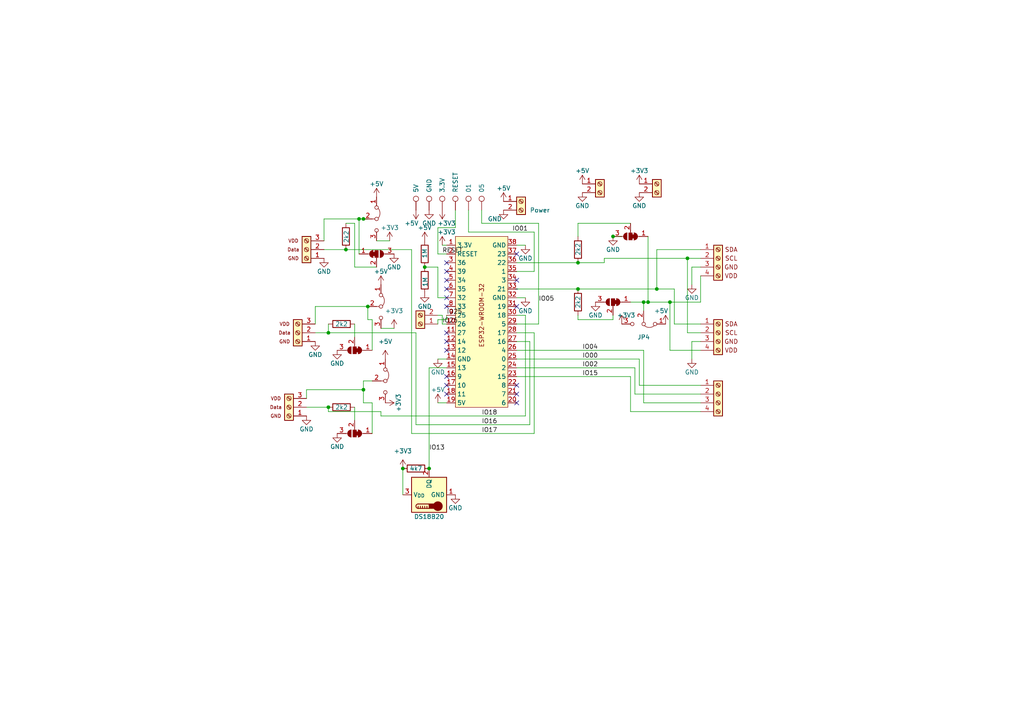
<source format=kicad_sch>
(kicad_sch (version 20231120) (generator "eeschema") (generator_version "8.0")
  (paper "A4")
  (lib_symbols
    (symbol "Connector:Screw_Terminal_01x02" (pin_names (offset 1.016) hide)
      (property "Reference" "J" (at 0 2.54 0))
      (property "Value" "Screw_Terminal_01x02" (at 0 -5.08 0))
      (symbol "Screw_Terminal_01x02_1_1"
        (rectangle (start -1.27 1.27) (end 1.27 -3.81) (stroke (width 0.254)) (fill (type background)))
        (circle (center 0 -2.54) (radius 0.635) (stroke (width 0.1524)))
        (polyline (pts (xy -0.5334 -2.2098) (xy 0.3302 -3.048)) (stroke (width 0.1524)))
        (polyline (pts (xy -0.5334 0.3302) (xy 0.3302 -0.508)) (stroke (width 0.1524)))
        (polyline (pts (xy -0.3556 -2.032) (xy 0.508 -2.8702)) (stroke (width 0.1524)))
        (polyline (pts (xy -0.3556 0.508) (xy 0.508 -0.3302)) (stroke (width 0.1524)))
        (circle (center 0 0) (radius 0.635) (stroke (width 0.1524)))
        (pin passive line (at -5.08 0 0) (length 3.81) (name "Pin_1") (number "1"))
        (pin passive line (at -5.08 -2.54 0) (length 3.81) (name "Pin_2") (number "2"))
      )
    )
    (symbol "Connector:Screw_Terminal_01x04" (pin_names (offset 1.016) hide)
      (property "Reference" "J" (at 0 5.08 0))
      (property "Value" "Screw_Terminal_01x04" (at 0 -7.62 0))
      (symbol "Screw_Terminal_01x04_1_1"
        (rectangle (start -1.27 3.81) (end 1.27 -6.35) (stroke (width 0.254)) (fill (type background)))
        (circle (center 0 -5.08) (radius 0.635) (stroke (width 0.1524)))
        (circle (center 0 -2.54) (radius 0.635) (stroke (width 0.1524)))
        (polyline (pts (xy -0.5334 -4.7498) (xy 0.3302 -5.588)) (stroke (width 0.1524)))
        (polyline (pts (xy -0.5334 -2.2098) (xy 0.3302 -3.048)) (stroke (width 0.1524)))
        (polyline (pts (xy -0.5334 0.3302) (xy 0.3302 -0.508)) (stroke (width 0.1524)))
        (polyline (pts (xy -0.5334 2.8702) (xy 0.3302 2.032)) (stroke (width 0.1524)))
        (polyline (pts (xy -0.3556 -4.572) (xy 0.508 -5.4102)) (stroke (width 0.1524)))
        (polyline (pts (xy -0.3556 -2.032) (xy 0.508 -2.8702)) (stroke (width 0.1524)))
        (polyline (pts (xy -0.3556 0.508) (xy 0.508 -0.3302)) (stroke (width 0.1524)))
        (polyline (pts (xy -0.3556 3.048) (xy 0.508 2.2098)) (stroke (width 0.1524)))
        (circle (center 0 0) (radius 0.635) (stroke (width 0.1524)))
        (circle (center 0 2.54) (radius 0.635) (stroke (width 0.1524)))
        (pin passive line (at -5.08 2.54 0) (length 3.81) (name "Pin_1") (number "1"))
        (pin passive line (at -5.08 0 0) (length 3.81) (name "Pin_2") (number "2"))
        (pin passive line (at -5.08 -2.54 0) (length 3.81) (name "Pin_3") (number "3"))
        (pin passive line (at -5.08 -5.08 0) (length 3.81) (name "Pin_4") (number "4"))
      )
    )
    (symbol "Connector:TestPoint" (pin_numbers hide) (pin_names (offset 0.762) hide)
      (property "Reference" "TP" (at 0 6.858 0))
      (property "Value" "TestPoint" (at 0 5.08 0))
      (symbol "TestPoint_0_1"
        (circle (center 0 3.302) (radius 0.762))
      )
      (symbol "TestPoint_1_1"
        (pin passive line (at 0 0 90) (length 2.54) (name "1") (number "1"))
      )
    )
    (symbol "Device:R" (pin_numbers hide) (pin_names (offset 0))
      (property "Reference" "R" (at 2.032 0 90))
      (property "Value" "R" (at 0 0 90))
      (symbol "R_0_1"
        (rectangle (start -1.016 -2.54) (end 1.016 2.54) (stroke (width 0.254)))
      )
      (symbol "R_1_1"
        (pin passive line (at 0 3.81 270) (length 1.27) (name "~") (number "1"))
        (pin passive line (at 0 -3.81 90) (length 1.27) (name "~") (number "2"))
      )
    )
    (symbol "ESP32Board:1WI Screw_Terminal_01x03" (pin_names (offset 1.016) hide)
      (property "Reference" "J" (at 0 5.08 0))
      (property "Value" "1WI Screw_Terminal_01x03" (at 0 -5.08 0))
      (symbol "1WI Screw_Terminal_01x03_1_1"
        (rectangle (start -1.27 3.81) (end 1.27 -3.81) (stroke (width 0.254)) (fill (type background)))
        (circle (center 0 -2.54) (radius 0.635) (stroke (width 0.1524)))
        (polyline (pts (xy -0.5334 -2.2098) (xy 0.3302 -3.048)) (stroke (width 0.1524)))
        (polyline (pts (xy -0.5334 0.3302) (xy 0.3302 -0.508)) (stroke (width 0.1524)))
        (polyline (pts (xy -0.5334 2.8702) (xy 0.3302 2.032)) (stroke (width 0.1524)))
        (polyline (pts (xy -0.3556 -2.032) (xy 0.508 -2.8702)) (stroke (width 0.1524)))
        (polyline (pts (xy -0.3556 0.508) (xy 0.508 -0.3302)) (stroke (width 0.1524)))
        (polyline (pts (xy -0.3556 3.048) (xy 0.508 2.2098)) (stroke (width 0.1524)))
        (circle (center 0 0) (radius 0.635) (stroke (width 0.1524)))
        (circle (center 0 2.54) (radius 0.635) (stroke (width 0.1524)))
        (text "Data" (at 3.81 0 0) (effects (font (size 1 1))))
        (text "GND" (at 3.81 2.54 0) (effects (font (size 1 1))))
        (text "VDD" (at 3.81 -2.54 0) (effects (font (size 1 1))))
        (pin power_in line (at -5.08 2.54 0) (length 3.81) (name "GND") (number "1"))
        (pin bidirectional line (at -5.08 0 0) (length 3.81) (name "Data") (number "2"))
        (pin power_in line (at -5.08 -2.54 0) (length 3.81) (name "VDD") (number "3"))
      )
    )
    (symbol "ESP32Board:Board"
      (property "Value" "~" (at 12.7 10.16 0))
      (symbol "Board_1_1"
        (rectangle (start -5.08 25.4) (end 10.16 -24.13) (fill (type background)))
        (text "ESP32-WROOM-32" (at 2.54 2.54 900) (effects (font (size 1.27 1.27))))
        (pin power_out line (at -7.62 22.86 0) (length 2.54) (name "3.3V") (number "1"))
        (pin bidirectional line (at -7.62 0 0) (length 2.54) (name "26") (number "10"))
        (pin bidirectional line (at -7.62 -2.54 0) (length 2.54) (name "27") (number "11"))
        (pin bidirectional line (at -7.62 -5.08 0) (length 2.54) (name "14") (number "12"))
        (pin bidirectional line (at -7.62 -7.62 0) (length 2.54) (name "12") (number "13"))
        (pin power_in line (at -7.62 -10.16 0) (length 2.54) (name "GND") (number "14"))
        (pin bidirectional line (at -7.62 -12.7 0) (length 2.54) (name "13") (number "15"))
        (pin bidirectional line (at -7.62 -15.24 0) (length 2.54) (name "9") (number "16"))
        (pin bidirectional line (at -7.62 -17.78 0) (length 2.54) (name "10") (number "17"))
        (pin bidirectional line (at -7.62 -20.32 0) (length 2.54) (name "11") (number "18"))
        (pin power_in line (at -7.62 -22.86 0) (length 2.54) (name "5V") (number "19"))
        (pin input line (at -7.62 20.32 0) (length 2.54) (name "RESET") (number "2"))
        (pin bidirectional line (at 12.7 -22.86 180) (length 2.54) (name "6") (number "20"))
        (pin bidirectional line (at 12.7 -20.32 180) (length 2.54) (name "7") (number "21"))
        (pin bidirectional line (at 12.7 -17.78 180) (length 2.54) (name "8") (number "22"))
        (pin bidirectional line (at 12.7 -15.24 180) (length 2.54) (name "15") (number "23"))
        (pin bidirectional line (at 12.7 -12.7 180) (length 2.54) (name "2") (number "24"))
        (pin bidirectional line (at 12.7 -10.16 180) (length 2.54) (name "0") (number "25"))
        (pin bidirectional line (at 12.7 -7.62 180) (length 2.54) (name "4") (number "26"))
        (pin bidirectional line (at 12.7 -5.08 180) (length 2.54) (name "16") (number "27"))
        (pin bidirectional line (at 12.7 -2.54 180) (length 2.54) (name "17") (number "28"))
        (pin bidirectional line (at 12.7 0 180) (length 2.54) (name "5") (number "29"))
        (pin input line (at -7.62 17.78 0) (length 2.54) (name "36") (number "3"))
        (pin bidirectional line (at 12.7 2.54 180) (length 2.54) (name "18") (number "30"))
        (pin bidirectional line (at 12.7 5.08 180) (length 2.54) (name "19") (number "31"))
        (pin power_in line (at 12.7 7.62 180) (length 2.54) (name "GND") (number "32"))
        (pin bidirectional line (at 12.7 10.16 180) (length 2.54) (name "21") (number "33"))
        (pin bidirectional line (at 12.7 12.7 180) (length 2.54) (name "3") (number "34"))
        (pin bidirectional line (at 12.7 15.24 180) (length 2.54) (name "1") (number "35"))
        (pin bidirectional line (at 12.7 17.78 180) (length 2.54) (name "22") (number "36"))
        (pin bidirectional line (at 12.7 20.32 180) (length 2.54) (name "23") (number "37"))
        (pin power_in line (at 12.7 22.86 180) (length 2.54) (name "GND") (number "38"))
        (pin input line (at -7.62 15.24 0) (length 2.54) (name "39") (number "4"))
        (pin input line (at -7.62 12.7 0) (length 2.54) (name "34") (number "5"))
        (pin input line (at -7.62 10.16 0) (length 2.54) (name "35") (number "6"))
        (pin bidirectional line (at -7.62 7.62 0) (length 2.54) (name "32") (number "7"))
        (pin bidirectional line (at -7.62 5.08 0) (length 2.54) (name "33") (number "8"))
        (pin bidirectional line (at -7.62 2.54 0) (length 2.54) (name "25") (number "9"))
      )
    )
    (symbol "ESP32Board:I²C_Screw_Terminal_01x04" (pin_names (offset 1.016) hide)
      (symbol "I²C_Screw_Terminal_01x04_1_1"
        (rectangle (start -1.27 3.81) (end 1.27 -6.35) (stroke (width 0.254)) (fill (type background)))
        (circle (center 0 -5.08) (radius 0.635) (stroke (width 0.1524)))
        (circle (center 0 -2.54) (radius 0.635) (stroke (width 0.1524)))
        (polyline (pts (xy -0.5334 -4.7498) (xy 0.3302 -5.588)) (stroke (width 0.1524)))
        (polyline (pts (xy -0.5334 -2.2098) (xy 0.3302 -3.048)) (stroke (width 0.1524)))
        (polyline (pts (xy -0.5334 0.3302) (xy 0.3302 -0.508)) (stroke (width 0.1524)))
        (polyline (pts (xy -0.5334 2.8702) (xy 0.3302 2.032)) (stroke (width 0.1524)))
        (polyline (pts (xy -0.3556 -4.572) (xy 0.508 -5.4102)) (stroke (width 0.1524)))
        (polyline (pts (xy -0.3556 -2.032) (xy 0.508 -2.8702)) (stroke (width 0.1524)))
        (polyline (pts (xy -0.3556 0.508) (xy 0.508 -0.3302)) (stroke (width 0.1524)))
        (polyline (pts (xy -0.3556 3.048) (xy 0.508 2.2098)) (stroke (width 0.1524)))
        (circle (center 0 0) (radius 0.635) (stroke (width 0.1524)))
        (circle (center 0 2.54) (radius 0.635) (stroke (width 0.1524)))
        (text "GND" (at 3.81 -2.54 0) (effects (font (size 1.27 1.27))))
        (text "SCL" (at 3.81 0 0) (effects (font (size 1.27 1.27))))
        (text "SDA" (at 3.81 2.54 0) (effects (font (size 1.27 1.27))))
        (text "VDD" (at 3.81 -5.08 0) (effects (font (size 1.27 1.27))))
        (pin bidirectional line (at -5.08 2.54 0) (length 3.81) (name "SDA") (number "1"))
        (pin input line (at -5.08 0 0) (length 3.81) (name "SCL") (number "2"))
        (pin power_in line (at -5.08 -2.54 0) (length 3.81) (name "GND") (number "3"))
        (pin power_in line (at -5.08 -5.08 0) (length 3.81) (name "VDD") (number "4"))
      )
    )
    (symbol "ESP32Board:Power_Screw_Terminal_01x02" (pin_names (offset 1.016) hide)
      (property "Value" "Power" (at 2.54 -2.54 0))
      (symbol "Power_Screw_Terminal_01x02_1_1"
        (rectangle (start -1.27 1.27) (end 1.27 -3.81) (stroke (width 0.254)) (fill (type background)))
        (circle (center 0 -2.54) (radius 0.635) (stroke (width 0.1524)))
        (polyline (pts (xy -0.5334 -2.2098) (xy 0.3302 -3.048)) (stroke (width 0.1524)))
        (polyline (pts (xy -0.5334 0.3302) (xy 0.3302 -0.508)) (stroke (width 0.1524)))
        (polyline (pts (xy -0.3556 -2.032) (xy 0.508 -2.8702)) (stroke (width 0.1524)))
        (polyline (pts (xy -0.3556 0.508) (xy 0.508 -0.3302)) (stroke (width 0.1524)))
        (circle (center 0 0) (radius 0.635) (stroke (width 0.1524)))
        (pin power_out line (at -5.08 0 0) (length 3.81) (name "5V") (number "1"))
        (pin power_out line (at -5.08 -2.54 0) (length 3.81) (name "GND") (number "2"))
      )
    )
    (symbol "Jumper:Jumper_3_Bridged12" (pin_names (offset 0) hide)
      (property "Reference" "JP" (at -2.54 -2.54 0))
      (property "Value" "Jumper_3_Bridged12" (at 0 2.794 0))
      (symbol "Jumper_3_Bridged12_0_0"
        (circle (center -3.302 0) (radius 0.508))
        (circle (center 0 0) (radius 0.508))
        (circle (center 3.302 0) (radius 0.508))
      )
      (symbol "Jumper_3_Bridged12_0_1"
        (arc (start -0.254 0.508) (mid -1.651 0.9912) (end -3.048 0.508))
        (polyline (pts (xy 0 -1.27) (xy 0 -0.508)))
      )
      (symbol "Jumper_3_Bridged12_1_1"
        (pin passive line (at -6.35 0 0) (length 2.54) (name "A") (number "1"))
        (pin passive line (at 0 -3.81 90) (length 2.54) (name "C") (number "2"))
        (pin passive line (at 6.35 0 180) (length 2.54) (name "B") (number "3"))
      )
    )
    (symbol "Jumper:SolderJumper_3_Bridged12" (pin_names (offset 0) hide)
      (property "Reference" "JP" (at -2.54 -2.54 0))
      (property "Value" "SolderJumper_3_Bridged12" (at 0 2.794 0))
      (symbol "SolderJumper_3_Bridged12_0_1"
        (rectangle (start -1.016 0.508) (end -0.508 -0.508) (fill (type outline)))
        (arc (start -1.016 1.016) (mid -2.0276 0) (end -1.016 -1.016))
        (arc (start -1.016 1.016) (mid -2.0276 0) (end -1.016 -1.016) (fill (type outline)))
        (rectangle (start -0.508 1.016) (end 0.508 -1.016) (fill (type outline)))
        (polyline (pts (xy -2.54 0) (xy -2.032 0)))
        (polyline (pts (xy -1.016 1.016) (xy -1.016 -1.016)))
        (polyline (pts (xy 0 -1.27) (xy 0 -1.016)))
        (polyline (pts (xy 1.016 1.016) (xy 1.016 -1.016)))
        (polyline (pts (xy 2.54 0) (xy 2.032 0)))
        (arc (start 1.016 -1.016) (mid 2.0276 0) (end 1.016 1.016))
        (arc (start 1.016 -1.016) (mid 2.0276 0) (end 1.016 1.016) (fill (type outline)))
      )
      (symbol "SolderJumper_3_Bridged12_1_1"
        (pin passive line (at -5.08 0 0) (length 2.54) (name "A") (number "1"))
        (pin passive line (at 0 -3.81 90) (length 2.54) (name "C") (number "2"))
        (pin passive line (at 5.08 0 180) (length 2.54) (name "B") (number "3"))
      )
    )
    (symbol "Sensor_Temperature:DS18B20"
      (property "Reference" "U" (at -3.81 6.35 0))
      (property "Value" "DS18B20" (at 6.35 6.35 0))
      (symbol "DS18B20_0_1"
        (rectangle (start -5.08 5.08) (end 5.08 -5.08) (stroke (width 0.254)) (fill (type background)))
        (circle (center -3.302 -2.54) (radius 1.27) (stroke (width 0.254)) (fill (type outline)))
        (rectangle (start -2.667 -1.905) (end -3.937 0) (stroke (width 0.254)) (fill (type outline)))
        (arc (start -2.667 3.175) (mid -3.302 3.8073) (end -3.937 3.175) (stroke (width 0.254)))
        (polyline (pts (xy -3.937 0.635) (xy -3.302 0.635)) (stroke (width 0.254)))
        (polyline (pts (xy -3.937 1.27) (xy -3.302 1.27)) (stroke (width 0.254)))
        (polyline (pts (xy -3.937 1.905) (xy -3.302 1.905)) (stroke (width 0.254)))
        (polyline (pts (xy -3.937 2.54) (xy -3.302 2.54)) (stroke (width 0.254)))
        (polyline (pts (xy -3.937 3.175) (xy -3.937 0)) (stroke (width 0.254)))
        (polyline (pts (xy -3.937 3.175) (xy -3.302 3.175)) (stroke (width 0.254)))
        (polyline (pts (xy -2.667 3.175) (xy -2.667 0)) (stroke (width 0.254)))
      )
      (symbol "DS18B20_1_1"
        (pin power_in line (at 0 -7.62 90) (length 2.54) (name "GND") (number "1"))
        (pin bidirectional line (at 7.62 0 180) (length 2.54) (name "DQ") (number "2"))
        (pin power_in line (at 0 7.62 270) (length 2.54) (name "V_{DD}") (number "3"))
      )
    )
    (symbol "power:+3V3" (power) (pin_names (offset 0))
      (property "Value" "+3V3" (at 0 3.556 0))
      (symbol "+3V3_0_1"
        (polyline (pts (xy -0.762 1.27) (xy 0 2.54)))
        (polyline (pts (xy 0 0) (xy 0 2.54)))
        (polyline (pts (xy 0 2.54) (xy 0.762 1.27)))
      )
      (symbol "+3V3_1_1"
        (pin power_in line (at 0 0 90) (length 0) hide (name "+3V3") (number "1"))
      )
    )
    (symbol "power:+5V" (power) (pin_names (offset 0))
      (property "Value" "+5V" (at 0 3.556 0))
      (symbol "+5V_0_1"
        (polyline (pts (xy -0.762 1.27) (xy 0 2.54)))
        (polyline (pts (xy 0 0) (xy 0 2.54)))
        (polyline (pts (xy 0 2.54) (xy 0.762 1.27)))
      )
      (symbol "+5V_1_1"
        (pin power_in line (at 0 0 90) (length 0) hide (name "+5V") (number "1"))
      )
    )
    (symbol "power:GND" (power) (pin_names (offset 0))
      (property "Value" "GND" (at 0 -3.81 0))
      (symbol "GND_0_1"
        (polyline (pts (xy 0 0) (xy 0 -1.27) (xy 1.27 -1.27) (xy 0 -2.54) (xy -1.27 -1.27) (xy 0 -1.27)))
      )
      (symbol "GND_1_1"
        (pin power_in line (at 0 0 270) (length 0) hide (name "GND") (number "1"))
      )
    )
  )
  (junction (at 187.96 87.63))
  (junction (at 177.8 68.58))
  (junction (at 105.41 113.03))
  (junction (at 186.69 87.63))
  (junction (at 167.64 76.2))
  (junction (at 194.31 87.63))
  (junction (at 95.25 96.52))
  (junction (at 104.14 63.5))
  (junction (at 100.33 72.39))
  (junction (at 167.64 83.82))
  (junction (at 95.25 118.11))
  (junction (at 106.68 88.9))
  (junction (at 123.19 77.47))
  (junction (at 105.41 63.5))
  (junction (at 199.39 74.93))
  (junction (at 190.5 83.82))
  (junction (at 116.84 135.89))
  (junction (at 124.46 135.89))
  (no_connect (at 129.54 86.36))
  (no_connect (at 129.54 81.28))
  (no_connect (at 149.86 81.28))
  (no_connect (at 149.86 111.76))
  (no_connect (at 129.54 101.6))
  (no_connect (at 129.54 109.22))
  (no_connect (at 129.54 99.06))
  (no_connect (at 149.86 88.9))
  (no_connect (at 129.54 76.2))
  (no_connect (at 129.54 111.76))
  (no_connect (at 129.54 83.82))
  (no_connect (at 129.54 114.3))
  (no_connect (at 149.86 116.84))
  (no_connect (at 129.54 96.52))
  (no_connect (at 149.86 73.66))
  (no_connect (at 129.54 88.9))
  (no_connect (at 149.86 114.3))
  (no_connect (at 129.54 78.74))
  (wire (pts (xy 107.95 92.71) (xy 106.68 92.71)))
  (wire (pts (xy 180.34 68.58) (xy 177.8 68.58)))
  (wire (pts (xy 132.08 60.96) (xy 132.08 66.04)))
  (wire (pts (xy 153.67 123.19) (xy 120.65 123.19)))
  (wire (pts (xy 194.31 101.6) (xy 194.31 87.63)))
  (wire (pts (xy 194.31 87.63) (xy 187.96 87.63)))
  (wire (pts (xy 88.9 113.03) (xy 105.41 113.03)))
  (wire (pts (xy 129.54 91.44) (xy 129.54 92.71)))
  (wire (pts (xy 104.14 63.5) (xy 104.14 73.66)))
  (wire (pts (xy 149.86 83.82) (xy 167.64 83.82)))
  (wire (pts (xy 102.87 64.77) (xy 102.87 77.47)))
  (wire (pts (xy 156.21 93.98) (xy 156.21 64.77)))
  (wire (pts (xy 93.98 72.39) (xy 100.33 72.39)))
  (wire (pts (xy 124.46 106.68) (xy 124.46 135.89)))
  (wire (pts (xy 128.27 91.44) (xy 127 91.44)))
  (wire (pts (xy 139.7 64.77) (xy 139.7 60.96)))
  (wire (pts (xy 184.15 106.68) (xy 184.15 114.3)))
  (wire (pts (xy 95.25 93.98) (xy 95.25 96.52)))
  (wire (pts (xy 100.33 72.39) (xy 119.38 72.39)))
  (wire (pts (xy 187.96 68.58) (xy 187.96 87.63)))
  (wire (pts (xy 105.41 110.49) (xy 105.41 113.03)))
  (wire (pts (xy 127 92.71) (xy 129.54 92.71)))
  (wire (pts (xy 167.64 76.2) (xy 175.26 76.2)))
  (wire (pts (xy 116.84 135.89) (xy 116.84 143.51)))
  (wire (pts (xy 105.41 116.84) (xy 105.41 113.03)))
  (wire (pts (xy 149.86 78.74) (xy 154.94 78.74)))
  (wire (pts (xy 106.68 92.71) (xy 106.68 88.9)))
  (wire (pts (xy 186.69 116.84) (xy 186.69 101.6)))
  (wire (pts (xy 95.25 118.11) (xy 95.25 119.38)))
  (wire (pts (xy 149.86 101.6) (xy 186.69 101.6)))
  (wire (pts (xy 104.14 63.5) (xy 105.41 63.5)))
  (wire (pts (xy 102.87 118.11) (xy 102.87 121.92)))
  (wire (pts (xy 109.22 69.85) (xy 113.03 69.85)))
  (wire (pts (xy 182.88 119.38) (xy 203.2 119.38)))
  (wire (pts (xy 127 116.84) (xy 129.54 116.84)))
  (wire (pts (xy 105.41 110.49) (xy 107.95 110.49)))
  (wire (pts (xy 129.54 71.12) (xy 128.27 71.12)))
  (wire (pts (xy 127 66.04) (xy 127 73.66)))
  (wire (pts (xy 203.2 87.63) (xy 194.31 87.63)))
  (wire (pts (xy 187.96 87.63) (xy 186.69 87.63)))
  (wire (pts (xy 182.88 119.38) (xy 182.88 109.22)))
  (wire (pts (xy 167.64 64.77) (xy 182.88 64.77)))
  (wire (pts (xy 154.94 67.31) (xy 135.89 67.31)))
  (wire (pts (xy 195.58 93.98) (xy 195.58 83.82)))
  (wire (pts (xy 91.44 88.9) (xy 106.68 88.9)))
  (wire (pts (xy 185.42 111.76) (xy 203.2 111.76)))
  (wire (pts (xy 102.87 77.47) (xy 109.22 77.47)))
  (wire (pts (xy 93.98 63.5) (xy 104.14 63.5)))
  (wire (pts (xy 88.9 115.57) (xy 88.9 113.03)))
  (wire (pts (xy 195.58 83.82) (xy 190.5 83.82)))
  (wire (pts (xy 107.95 116.84) (xy 105.41 116.84)))
  (wire (pts (xy 199.39 74.93) (xy 203.2 74.93)))
  (wire (pts (xy 100.33 64.77) (xy 102.87 64.77)))
  (wire (pts (xy 102.87 93.98) (xy 102.87 97.79)))
  (wire (pts (xy 127 86.36) (xy 129.54 86.36)))
  (wire (pts (xy 88.9 118.11) (xy 95.25 118.11)))
  (wire (pts (xy 129.54 106.68) (xy 124.46 106.68)))
  (wire (pts (xy 167.64 92.71) (xy 167.64 91.44)))
  (wire (pts (xy 107.95 125.73) (xy 107.95 116.84)))
  (wire (pts (xy 110.49 95.25) (xy 114.3 95.25)))
  (wire (pts (xy 167.64 64.77) (xy 167.64 68.58)))
  (wire (pts (xy 127 73.66) (xy 129.54 73.66)))
  (wire (pts (xy 190.5 72.39) (xy 190.5 83.82)))
  (wire (pts (xy 127 77.47) (xy 127 86.36)))
  (wire (pts (xy 154.94 78.74) (xy 154.94 67.31)))
  (wire (pts (xy 128.27 93.98) (xy 129.54 93.98)))
  (wire (pts (xy 185.42 104.14) (xy 185.42 111.76)))
  (wire (pts (xy 127 93.98) (xy 127 92.71)))
  (wire (pts (xy 200.66 77.47) (xy 203.2 77.47)))
  (wire (pts (xy 149.86 109.22) (xy 182.88 109.22)))
  (wire (pts (xy 156.21 64.77) (xy 139.7 64.77)))
  (wire (pts (xy 132.08 66.04) (xy 127 66.04)))
  (wire (pts (xy 93.98 63.5) (xy 93.98 69.85)))
  (wire (pts (xy 153.67 99.06) (xy 153.67 123.19)))
  (wire (pts (xy 110.49 120.65) (xy 152.4 120.65)))
  (wire (pts (xy 200.66 99.06) (xy 200.66 104.14)))
  (wire (pts (xy 186.69 87.63) (xy 186.69 90.17)))
  (wire (pts (xy 149.86 76.2) (xy 167.64 76.2)))
  (wire (pts (xy 175.26 74.93) (xy 199.39 74.93)))
  (wire (pts (xy 203.2 101.6) (xy 194.31 101.6)))
  (wire (pts (xy 203.2 96.52) (xy 199.39 96.52)))
  (wire (pts (xy 127 77.47) (xy 123.19 77.47)))
  (wire (pts (xy 149.86 86.36) (xy 152.4 86.36)))
  (wire (pts (xy 149.86 96.52) (xy 154.94 96.52)))
  (wire (pts (xy 203.2 80.01) (xy 203.2 87.63)))
  (wire (pts (xy 152.4 91.44) (xy 149.86 91.44)))
  (wire (pts (xy 119.38 125.73) (xy 119.38 72.39)))
  (wire (pts (xy 110.49 120.65) (xy 110.49 119.38)))
  (wire (pts (xy 182.88 87.63) (xy 186.69 87.63)))
  (wire (pts (xy 184.15 114.3) (xy 203.2 114.3)))
  (wire (pts (xy 203.2 116.84) (xy 186.69 116.84)))
  (wire (pts (xy 105.41 63.5) (xy 106.68 63.5)))
  (wire (pts (xy 199.39 96.52) (xy 199.39 74.93)))
  (wire (pts (xy 149.86 106.68) (xy 184.15 106.68)))
  (wire (pts (xy 149.86 71.12) (xy 152.4 71.12)))
  (wire (pts (xy 149.86 104.14) (xy 185.42 104.14)))
  (wire (pts (xy 203.2 99.06) (xy 200.66 99.06)))
  (wire (pts (xy 127 104.14) (xy 129.54 104.14)))
  (wire (pts (xy 91.44 88.9) (xy 91.44 93.98)))
  (wire (pts (xy 167.64 92.71) (xy 177.8 92.71)))
  (wire (pts (xy 91.44 96.52) (xy 95.25 96.52)))
  (wire (pts (xy 175.26 74.93) (xy 175.26 76.2)))
  (wire (pts (xy 149.86 99.06) (xy 153.67 99.06)))
  (wire (pts (xy 154.94 125.73) (xy 119.38 125.73)))
  (wire (pts (xy 120.65 123.19) (xy 120.65 96.52)))
  (wire (pts (xy 203.2 72.39) (xy 190.5 72.39)))
  (wire (pts (xy 128.27 91.44) (xy 128.27 93.98)))
  (wire (pts (xy 107.95 101.6) (xy 107.95 92.71)))
  (wire (pts (xy 177.8 92.71) (xy 177.8 91.44)))
  (wire (pts (xy 95.25 96.52) (xy 120.65 96.52)))
  (wire (pts (xy 149.86 93.98) (xy 156.21 93.98)))
  (wire (pts (xy 203.2 93.98) (xy 195.58 93.98)))
  (wire (pts (xy 135.89 67.31) (xy 135.89 60.96)))
  (wire (pts (xy 95.25 119.38) (xy 110.49 119.38)))
  (wire (pts (xy 152.4 120.65) (xy 152.4 91.44)))
  (wire (pts (xy 154.94 96.52) (xy 154.94 125.73)))
  (wire (pts (xy 167.64 83.82) (xy 190.5 83.82)))
  (wire (pts (xy 200.66 82.55) (xy 200.66 77.47)))
  (label "IO04" (at 168.91 101.6 0))
  (label "RESET" (at 128.27 73.66 0))
  (label "IO13" (at 124.46 130.81 0))
  (label "IO05" (at 156.21 87.63 0))
  (label "IO26" (at 128.27 93.98 0))
  (label "IO02" (at 168.91 106.68 0))
  (label "IO00" (at 168.91 104.14 0))
  (label "IO01" (at 148.59 67.31 0))
  (label "IO25" (at 129.54 91.44 0))
  (label "IO15" (at 168.91 109.22 0))
  (label "IO16" (at 139.7 123.19 0))
  (label "IO18" (at 139.7 120.65 0))
  (label "IO17" (at 139.7 125.73 0))
  (symbol (lib_id "Sensor_Temperature:DS18B20") (at 124.46 143.51 90) (unit 1)
    (property "Reference" "U2" (effects (hide yes)))
    (property "Value" "DS18B20" (at 124.46 149.86 90))
    (property "Footprint" "Package_TO_SOT_THT:TO-92_Inline" (effects (hide yes)))
    (property "Datasheet" "http://datasheets.maximintegrated.com/en/ds/DS18B20.pdf" (effects (hide yes)))
  )
  (symbol (lib_id "power:GND") (at 88.9 120.65 0) (unit 1)
    (property "Reference" "#PWR09" (effects (hide yes)))
    (property "Value" "GND" (at 88.9 124.46 0))
  )
  (symbol (lib_id "Connector:TestPoint") (at 132.08 60.96 0) (unit 1)
    (property "Reference" "TP4" (effects (hide yes)))
    (property "Value" "RESET" (at 132.08 55.88 90) (effects (justify left)))
    (property "Footprint" "TestPoint:TestPoint_THTPad_D1.5mm_Drill0.7mm" (effects (hide yes)))
  )
  (symbol (lib_id "Connector:TestPoint") (at 120.65 60.96 0) (unit 1)
    (property "Reference" "TP1" (effects (hide yes)))
    (property "Value" "5V" (at 120.65 55.88 90) (effects (justify left)))
    (property "Footprint" "TestPoint:TestPoint_THTPad_D1.5mm_Drill0.7mm" (effects (hide yes)))
  )
  (symbol (lib_id "power:+3V3") (at 180.34 93.98 0) (unit 1)
    (property "Reference" "#PWR024" (effects (hide yes)))
    (property "Value" "+3V3" (at 181.61 91.44 0))
  )
  (symbol (lib_id "Jumper:SolderJumper_3_Bridged12") (at 102.87 101.6 180) (unit 1)
    (property "Reference" "JP6" (effects (hide yes)))
    (property "Value" "SolderJumper_3_Bridged12" (effects (hide yes)))
    (property "Footprint" "Jumper:SolderJumper-3_P1.3mm_Bridged12_RoundedPad1.0x1.5mm_NumberLabels" (effects (hide yes)))
  )
  (symbol (lib_id "power:GND") (at 152.4 86.36 0) (unit 1)
    (property "Reference" "#PWR011" (effects (hide yes)))
    (property "Value" "GND" (at 152.4 90.17 0))
  )
  (symbol (lib_id "power:GND") (at 177.8 68.58 0) (unit 1)
    (property "Reference" "#PWR06" (effects (hide yes)))
    (property "Value" "GND" (at 177.8 72.39 0))
  )
  (symbol (lib_id "power:+3V3") (at 113.03 69.85 0) (unit 1)
    (property "Reference" "#PWR025" (effects (hide yes)))
    (property "Value" "+3V3" (at 113.03 66.04 0))
  )
  (symbol (lib_id "ESP32Board:1WI Screw_Terminal_01x03") (at 88.9 72.39 180) (unit 1)
    (property "Reference" "1WI1" (effects (hide yes)))
    (property "Value" "1WI Screw_Terminal_01x03" (effects (hide yes)))
    (property "Footprint" "ESP32Board:Screw Terminal 3*2.54 1WI" (effects (hide yes)))
  )
  (symbol (lib_id "power:GND") (at 152.4 71.12 0) (unit 1)
    (property "Reference" "#PWR08" (effects (hide yes)))
    (property "Value" "GND" (at 152.4 74.93 0))
  )
  (symbol (lib_id "power:GND") (at 91.44 99.06 0) (unit 1)
    (property "Reference" "#PWR012" (effects (hide yes)))
    (property "Value" "GND" (at 91.44 102.87 0))
  )
  (symbol (lib_id "Connector:TestPoint") (at 128.27 60.96 0) (unit 1)
    (property "Reference" "TP3" (effects (hide yes)))
    (property "Value" "3.3V" (at 128.27 55.88 90) (effects (justify left)))
    (property "Footprint" "TestPoint:TestPoint_THTPad_D1.5mm_Drill0.7mm" (effects (hide yes)))
  )
  (symbol (lib_id "power:+3V3") (at 128.27 60.96 180) (unit 1)
    (property "Reference" "#PWR03" (effects (hide yes)))
    (property "Value" "+3V3" (at 129.54 64.77 0))
  )
  (symbol (lib_id "Jumper:SolderJumper_3_Bridged12") (at 177.8 87.63 0) (mirror y) (unit 1)
    (property "Reference" "JP9" (effects (hide yes)))
    (property "Value" "SolderJumper_3_Bridged12" (effects (hide yes)))
    (property "Footprint" "Jumper:SolderJumper-3_P1.3mm_Bridged12_RoundedPad1.0x1.5mm_NumberLabels" (effects (hide yes)))
  )
  (symbol (lib_id "Jumper:SolderJumper_3_Bridged12") (at 109.22 73.66 0) (unit 1)
    (property "Reference" "JP5" (effects (hide yes)))
    (property "Value" "SolderJumper_3_Bridged12" (effects (hide yes)))
    (property "Footprint" "Jumper:SolderJumper-3_P1.3mm_Bridged12_RoundedPad1.0x1.5mm_NumberLabels" (effects (hide yes)))
  )
  (symbol (lib_id "ESP32Board:I²C_Screw_Terminal_01x04") (at 208.28 96.52 0) (unit 1)
    (property "Reference" "I²C2" (effects (hide yes)))
    (property "Value" "I²C_Screw_Terminal_01x04" (effects (hide yes)))
    (property "Footprint" "ESP32Board:Screw Terminal 4*2.54 I²C" (effects (hide yes)))
  )
  (symbol (lib_id "Jumper:Jumper_3_Bridged12") (at 110.49 88.9 270) (unit 1)
    (property "Reference" "JP2" (effects (hide yes)))
    (property "Value" "Jumper_3_Bridged12" (effects (hide yes)))
    (property "Footprint" "ESP32Board:Jumper" (effects (hide yes)))
  )
  (symbol (lib_id "ESP32Board:I²C_Screw_Terminal_01x04") (at 208.28 74.93 0) (unit 1)
    (property "Reference" "I²C1" (effects (hide yes)))
    (property "Value" "I²C_Screw_Terminal_01x04" (effects (hide yes)))
    (property "Footprint" "ESP32Board:Screw Terminal 4*2.54 I²C" (effects (hide yes)))
  )
  (symbol (lib_id "power:+3V3") (at 116.84 135.89 0) (unit 1)
    (property "Reference" "#PWR033" (effects (hide yes)))
    (property "Value" "+3V3" (at 116.84 130.81 0))
  )
  (symbol (lib_id "power:+5V") (at 146.05 58.42 0) (unit 1)
    (property "Reference" "#PWR018" (effects (hide yes)))
    (property "Value" "+5V" (at 146.05 54.61 0))
  )
  (symbol (lib_id "power:GND") (at 97.79 101.6 0) (unit 1)
    (property "Reference" "#PWR013" (effects (hide yes)))
    (property "Value" "GND" (at 97.79 105.41 0))
  )
  (symbol (lib_id "power:GND") (at 200.66 104.14 0) (unit 1)
    (property "Reference" "#PWR04" (effects (hide yes)))
    (property "Value" "GND" (at 200.66 107.95 0))
  )
  (symbol (lib_id "Jumper:Jumper_3_Bridged12") (at 186.69 93.98 180) (unit 1)
    (property "Reference" "JP4" (at 186.69 97.79 0))
    (property "Value" "Jumper_3_Bridged12" (effects (hide yes)))
    (property "Footprint" "ESP32Board:Jumper" (effects (hide yes)))
  )
  (symbol (lib_id "power:+5V") (at 168.91 53.34 0) (unit 1)
    (property "Reference" "#PWR029" (effects (hide yes)))
    (property "Value" "+5V" (at 168.91 49.53 0))
  )
  (symbol (lib_id "power:GND") (at 146.05 60.96 0) (unit 1)
    (property "Reference" "#PWR01" (effects (hide yes)))
    (property "Value" "GND" (at 143.51 63.5 0))
  )
  (symbol (lib_id "Jumper:Jumper_3_Bridged12") (at 109.22 63.5 270) (unit 1)
    (property "Reference" "JP1" (effects (hide yes)))
    (property "Value" "Jumper_3_Bridged12" (effects (hide yes)))
    (property "Footprint" "ESP32Board:Jumper" (effects (hide yes)))
  )
  (symbol (lib_id "power:GND") (at 114.3 73.66 0) (unit 1)
    (property "Reference" "#PWR015" (effects (hide yes)))
    (property "Value" "GND" (at 114.3 77.47 0))
  )
  (symbol (lib_id "Connector:Screw_Terminal_01x02") (at 121.92 93.98 180) (unit 1)
    (property "Reference" "ExtraGPIO2" (effects (hide yes)))
    (property "Value" "Screw_Terminal_01x" (effects (hide yes)))
    (property "Footprint" "ESP32Board:Screw Terminal 2*2.54" (effects (hide yes)))
  )
  (symbol (lib_id "power:+5V") (at 110.49 82.55 0) (unit 1)
    (property "Reference" "#PWR021" (effects (hide yes)))
    (property "Value" "+5V" (at 110.49 78.74 0))
  )
  (symbol (lib_id "power:GND") (at 168.91 55.88 0) (unit 1)
    (property "Reference" "#PWR031" (effects (hide yes)))
    (property "Value" "GND" (at 168.91 59.69 0))
  )
  (symbol (lib_id "power:+5V") (at 120.65 60.96 180) (unit 1)
    (property "Reference" "#PWR020" (effects (hide yes)))
    (property "Value" "+5V" (at 119.38 64.77 0))
  )
  (symbol (lib_id "Connector:Screw_Terminal_01x02") (at 190.5 53.34 0) (unit 1)
    (property "Reference" "J9" (effects (hide yes)))
    (property "Value" "Screw_Terminal_01x02" (effects (hide yes)))
    (property "Footprint" "ESP32Board:Screw Terminal 2*2.54" (effects (hide yes)))
  )
  (symbol (lib_id "Device:R") (at 123.19 73.66 180) (unit 1)
    (property "Reference" "R5" (effects (hide yes)))
    (property "Value" "1M" (at 123.19 74.93 90) (effects (justify right)))
    (property "Footprint" "Resistor_THT:R_Axial_DIN0207_L6.3mm_D2.5mm_P7.62mm_Horizontal" (effects (hide yes)))
  )
  (symbol (lib_id "power:+5V") (at 127 116.84 0) (unit 1)
    (property "Reference" "#PWR023" (effects (hide yes)))
    (property "Value" "+5V" (at 127 113.03 0))
  )
  (symbol (lib_id "power:GND") (at 132.08 143.51 0) (unit 1)
    (property "Reference" "#PWR034" (effects (hide yes)))
    (property "Value" "GND" (at 132.08 147.32 0))
  )
  (symbol (lib_id "power:GND") (at 123.19 85.09 0) (unit 1)
    (property "Reference" "#PWR036" (effects (hide yes)))
    (property "Value" "GND" (at 123.19 88.9 0))
  )
  (symbol (lib_id "Device:R") (at 167.64 72.39 180) (unit 1)
    (property "Reference" "R9" (effects (hide yes)))
    (property "Value" "2k2" (at 167.6538 74.1494 90) (effects (justify right)))
    (property "Footprint" "Resistor_THT:R_Axial_DIN0207_L6.3mm_D2.5mm_P7.62mm_Horizontal" (effects (hide yes)))
  )
  (symbol (lib_id "power:GND") (at 172.72 87.63 0) (unit 1)
    (property "Reference" "#PWR07" (effects (hide yes)))
    (property "Value" "GND" (at 172.72 91.44 0))
  )
  (symbol (lib_id "power:+3V3") (at 111.76 116.84 270) (unit 1)
    (property "Reference" "#PWR028" (effects (hide yes)))
    (property "Value" "+3V3" (at 115.57 116.84 0))
  )
  (symbol (lib_id "ESP32Board:1WI Screw_Terminal_01x03") (at 83.82 118.11 180) (unit 1)
    (property "Reference" "1WI3" (effects (hide yes)))
    (property "Value" "1WI Screw_Terminal_01x03" (effects (hide yes)))
    (property "Footprint" "ESP32Board:Screw Terminal 3*2.54 1WI" (effects (hide yes)))
  )
  (symbol (lib_id "Jumper:SolderJumper_3_Bridged12") (at 102.87 125.73 180) (unit 1)
    (property "Reference" "JP7" (effects (hide yes)))
    (property "Value" "SolderJumper_3_Bridged12" (effects (hide yes)))
    (property "Footprint" "Jumper:SolderJumper-3_P1.3mm_Bridged12_RoundedPad1.0x1.5mm_NumberLabels" (effects (hide yes)))
  )
  (symbol (lib_id "ESP32Board:Power_Screw_Terminal_01x02") (at 151.13 58.42 0) (unit 1)
    (property "Reference" "Power1" (effects (hide yes)))
    (property "Value" "Power" (at 153.67 60.96 0) (effects (justify left)))
    (property "Footprint" "ESP32Board:Screw Terminal 2*2.54 Power" (effects (hide yes)))
  )
  (symbol (lib_id "power:+5V") (at 111.76 104.14 0) (unit 1)
    (property "Reference" "#PWR022" (effects (hide yes)))
    (property "Value" "+5V" (at 111.76 99.06 0))
  )
  (symbol (lib_id "Device:R") (at 99.06 118.11 270) (unit 1)
    (property "Reference" "R3" (effects (hide yes)))
    (property "Value" "2k2" (at 99.06 118.11 90))
    (property "Footprint" "Resistor_THT:R_Axial_DIN0207_L6.3mm_D2.5mm_P7.62mm_Horizontal" (effects (hide yes)))
  )
  (symbol (lib_id "power:GND") (at 93.98 74.93 0) (unit 1)
    (property "Reference" "#PWR016" (effects (hide yes)))
    (property "Value" "GND" (at 93.98 78.74 0))
  )
  (symbol (lib_id "power:GND") (at 124.46 60.96 0) (unit 1)
    (property "Reference" "#PWR017" (effects (hide yes)))
    (property "Value" "GND" (at 124.46 64.77 0))
  )
  (symbol (lib_id "power:+3V3") (at 185.42 53.34 0) (unit 1)
    (property "Reference" "#PWR030" (effects (hide yes)))
    (property "Value" "+3V3" (at 185.42 49.53 0))
  )
  (symbol (lib_id "power:GND") (at 200.66 82.55 0) (unit 1)
    (property "Reference" "#PWR05" (effects (hide yes)))
    (property "Value" "GND" (at 200.66 86.36 0))
  )
  (symbol (lib_id "Device:R") (at 120.65 135.89 270) (unit 1)
    (property "Reference" "R4" (effects (hide yes)))
    (property "Value" "4k7" (at 120.65 135.89 90))
    (property "Footprint" "Resistor_THT:R_Axial_DIN0207_L6.3mm_D2.5mm_P7.62mm_Horizontal" (effects (hide yes)))
  )
  (symbol (lib_id "Device:R") (at 99.06 93.98 270) (unit 1)
    (property "Reference" "R2" (effects (hide yes)))
    (property "Value" "2k2" (at 99.06 93.98 90))
    (property "Footprint" "Resistor_THT:R_Axial_DIN0207_L6.3mm_D2.5mm_P7.62mm_Horizontal" (effects (hide yes)))
  )
  (symbol (lib_id "Connector:Screw_Terminal_01x04") (at 208.28 114.3 0) (unit 1)
    (property "Reference" "ExtraGPIO1" (effects (hide yes)))
    (property "Value" "Screw_Terminal_01x04" (effects (hide yes)))
    (property "Footprint" "ESP32Board:Screw Terminal 4*2.54" (effects (hide yes)))
  )
  (symbol (lib_id "power:GND") (at 97.79 125.73 0) (unit 1)
    (property "Reference" "#PWR010" (effects (hide yes)))
    (property "Value" "GND" (at 97.79 129.54 0))
  )
  (symbol (lib_id "Connector:TestPoint") (at 139.7 60.96 0) (unit 1)
    (property "Reference" "TP6" (effects (hide yes)))
    (property "Value" "05" (at 139.7 55.88 90) (effects (justify left)))
    (property "Footprint" "TestPoint:TestPoint_THTPad_D1.5mm_Drill0.7mm" (effects (hide yes)))
  )
  (symbol (lib_id "Device:R") (at 123.19 81.28 180) (unit 1)
    (property "Reference" "R6" (effects (hide yes)))
    (property "Value" "1M" (at 123.3261 83.2118 90) (effects (justify right)))
    (property "Footprint" "Resistor_THT:R_Axial_DIN0207_L6.3mm_D2.5mm_P7.62mm_Horizontal" (effects (hide yes)))
  )
  (symbol (lib_id "Connector:TestPoint") (at 124.46 60.96 0) (unit 1)
    (property "Reference" "TP2" (effects (hide yes)))
    (property "Value" "GND" (at 124.46 55.88 90) (effects (justify left)))
    (property "Footprint" "TestPoint:TestPoint_THTPad_D1.5mm_Drill0.7mm" (effects (hide yes)))
  )
  (symbol (lib_id "ESP32Board:1WI Screw_Terminal_01x03") (at 86.36 96.52 180) (unit 1)
    (property "Reference" "1WI2" (effects (hide yes)))
    (property "Value" "1WI Screw_Terminal_01x03" (effects (hide yes)))
    (property "Footprint" "ESP32Board:Screw Terminal 3*2.54 1WI" (effects (hide yes)))
  )
  (symbol (lib_id "power:+3V3") (at 128.27 71.12 0) (unit 1)
    (property "Reference" "#PWR026" (effects (hide yes)))
    (property "Value" "+3V3" (at 129.54 67.31 0))
  )
  (symbol (lib_id "Device:R") (at 167.64 87.63 180) (unit 1)
    (property "Reference" "R10" (effects (hide yes)))
    (property "Value" "2k2" (at 167.64 87.63 90))
    (property "Footprint" "Resistor_THT:R_Axial_DIN0207_L6.3mm_D2.5mm_P7.62mm_Horizontal" (effects (hide yes)))
  )
  (symbol (lib_id "Connector:TestPoint") (at 135.89 60.96 0) (unit 1)
    (property "Reference" "TP5" (effects (hide yes)))
    (property "Value" "01" (at 135.89 55.88 90) (effects (justify left)))
    (property "Footprint" "TestPoint:TestPoint_THTPad_D1.5mm_Drill0.7mm" (effects (hide yes)))
  )
  (symbol (lib_id "power:GND") (at 127 104.14 0) (unit 1)
    (property "Reference" "#PWR014" (effects (hide yes)))
    (property "Value" "GND" (at 127 107.95 0))
  )
  (symbol (lib_id "power:+3V3") (at 114.3 95.25 0) (unit 1)
    (property "Reference" "#PWR027" (effects (hide yes)))
    (property "Value" "+3V3" (at 114.3 90.17 0))
  )
  (symbol (lib_id "Jumper:Jumper_3_Bridged12") (at 111.76 110.49 270) (unit 1)
    (property "Reference" "JP3" (effects (hide yes)))
    (property "Value" "Jumper_3_Bridged12" (effects (hide yes)))
    (property "Footprint" "ESP32Board:Jumper" (effects (hide yes)))
  )
  (symbol (lib_id "power:+5V") (at 123.19 69.85 0) (unit 1)
    (property "Reference" "#PWR035" (effects (hide yes)))
    (property "Value" "+5V" (at 123.19 66.04 0))
  )
  (symbol (lib_id "power:+5V") (at 109.22 57.15 0) (unit 1)
    (property "Reference" "#PWR019" (effects (hide yes)))
    (property "Value" "+5V" (at 109.22 53.34 0))
  )
  (symbol (lib_id "ESP32Board:Board") (at 137.16 93.98 0) (unit 1)
    (property "Reference" "U1" (effects (hide yes)))
    (property "Value" "~" (at 149.86 83.82 0))
    (property "Footprint" "ESP32Board:ESP32 Board" (effects (hide yes)))
  )
  (symbol (lib_id "power:GND") (at 185.42 55.88 0) (unit 1)
    (property "Reference" "#PWR032" (effects (hide yes)))
    (property "Value" "GND" (at 185.42 59.69 0))
  )
  (symbol (lib_id "Device:R") (at 100.33 68.58 180) (unit 1)
    (property "Reference" "R1" (effects (hide yes)))
    (property "Value" "2k2" (at 100.4661 70.5118 90) (effects (justify right)))
    (property "Footprint" "Resistor_THT:R_Axial_DIN0207_L6.3mm_D2.5mm_P7.62mm_Horizontal" (effects (hide yes)))
  )
  (symbol (lib_id "Jumper:SolderJumper_3_Bridged12") (at 182.88 68.58 180) (unit 1)
    (property "Reference" "JP8" (effects (hide yes)))
    (property "Value" "SolderJumper_3_Bridged12" (effects (hide yes)))
    (property "Footprint" "Jumper:SolderJumper-3_P1.3mm_Bridged12_RoundedPad1.0x1.5mm_NumberLabels" (effects (hide yes)))
  )
  (symbol (lib_id "power:+5V") (at 193.04 93.98 0) (unit 1)
    (property "Reference" "#PWR02" (effects (hide yes)))
    (property "Value" "+5V" (at 191.77 90.17 0))
  )
  (symbol (lib_id "Connector:Screw_Terminal_01x02") (at 173.99 53.34 0) (unit 1)
    (property "Reference" "J8" (effects (hide yes)))
    (property "Value" "Screw_Terminal_01x02" (effects (hide yes)))
    (property "Footprint" "ESP32Board:Screw Terminal 2*2.54" (effects (hide yes)))
  )
)
</source>
